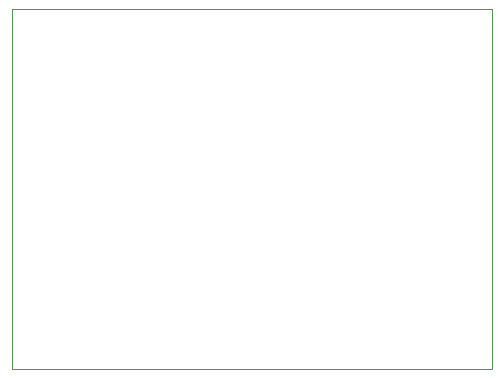
<source format=gm1>
G04 #@! TF.GenerationSoftware,KiCad,Pcbnew,5.1.5+dfsg1-2build2*
G04 #@! TF.CreationDate,2021-07-21T17:56:19+05:30*
G04 #@! TF.ProjectId,tank_full_indicator,74616e6b-5f66-4756-9c6c-5f696e646963,rev?*
G04 #@! TF.SameCoordinates,Original*
G04 #@! TF.FileFunction,Profile,NP*
%FSLAX46Y46*%
G04 Gerber Fmt 4.6, Leading zero omitted, Abs format (unit mm)*
G04 Created by KiCad (PCBNEW 5.1.5+dfsg1-2build2) date 2021-07-21 17:56:19*
%MOMM*%
%LPD*%
G04 APERTURE LIST*
%ADD10C,0.050000*%
G04 APERTURE END LIST*
D10*
X168910000Y-78740000D02*
X128270000Y-78740000D01*
X168910000Y-109220000D02*
X168910000Y-78740000D01*
X128270000Y-109220000D02*
X168910000Y-109220000D01*
X128270000Y-78740000D02*
X128270000Y-109220000D01*
M02*

</source>
